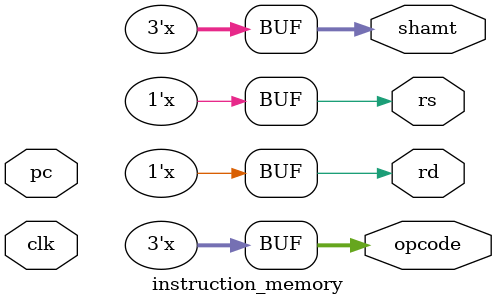
<source format=v>
module instruction_memory (clk, pc, opcode, rs, rd, shamt);

    input clk;
    input[7:0] pc;
    reg [7:0] instruction;
    reg [7:0] instrMem[0:5];
    output reg [2:0] opcode, shamt;
    output reg rs, rd;
    
    //instructions
    initial
        begin
            instrMem[00] = 8'b00000000; //instruction none
            instrMem[01] = 8'b00010000; //instruction for add
            instrMem[02] = 8'b10010110; //instruction for addi
            instrMem[03] = 8'b11010111; //instruction for load word
            instrMem[04] = 8'b10110010; //instruction for store word
            instrMem[05] = 8'b11110101; //instruction for shift left logical 
        end
        
    always@(*)
        begin
            instruction <= instrMem[pc]; //mapping instructions from instruction Memory
            opcode <= instruction[7:5]; //extracting opcode
            rs <= instruction[3]; //extracting reg1
            rd <= instruction[4]; //extracting reg2
            shamt <= instruction[2:0]; //extracting shift amt/immediate
        end
    
endmodule

</source>
